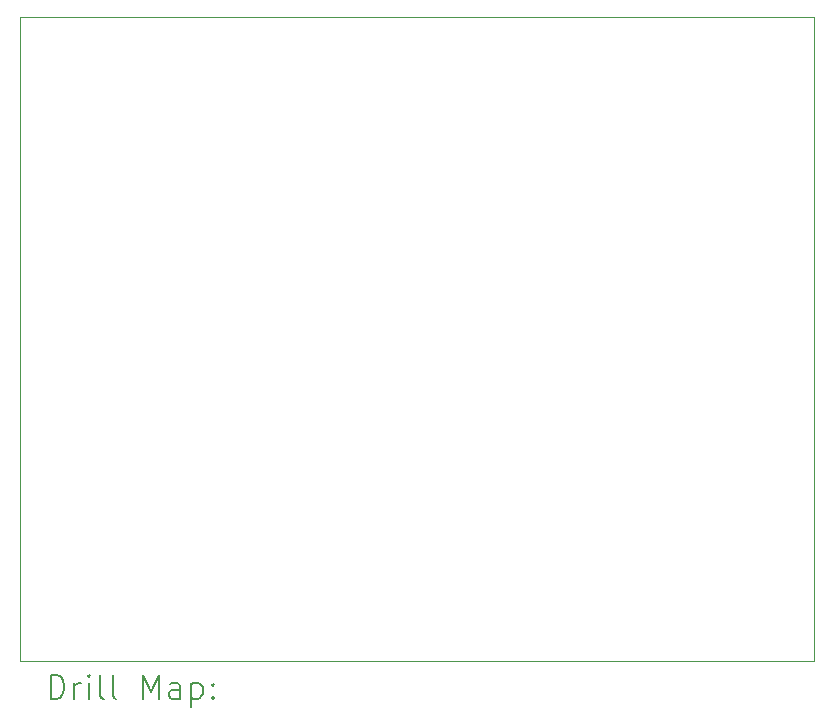
<source format=gbr>
%TF.GenerationSoftware,KiCad,Pcbnew,7.0.7*%
%TF.CreationDate,2023-11-25T23:50:16-06:00*%
%TF.ProjectId,DAC2DE0,44414332-4445-4302-9e6b-696361645f70,rev?*%
%TF.SameCoordinates,Original*%
%TF.FileFunction,Drillmap*%
%TF.FilePolarity,Positive*%
%FSLAX45Y45*%
G04 Gerber Fmt 4.5, Leading zero omitted, Abs format (unit mm)*
G04 Created by KiCad (PCBNEW 7.0.7) date 2023-11-25 23:50:16*
%MOMM*%
%LPD*%
G01*
G04 APERTURE LIST*
%ADD10C,0.100000*%
%ADD11C,0.200000*%
G04 APERTURE END LIST*
D10*
X22687280Y-12542520D02*
X15966440Y-12542520D01*
X15966440Y-7091680D01*
X22687280Y-7091680D01*
X22687280Y-12542520D01*
D11*
X16222217Y-12859004D02*
X16222217Y-12659004D01*
X16222217Y-12659004D02*
X16269836Y-12659004D01*
X16269836Y-12659004D02*
X16298407Y-12668528D01*
X16298407Y-12668528D02*
X16317455Y-12687575D01*
X16317455Y-12687575D02*
X16326979Y-12706623D01*
X16326979Y-12706623D02*
X16336502Y-12744718D01*
X16336502Y-12744718D02*
X16336502Y-12773289D01*
X16336502Y-12773289D02*
X16326979Y-12811385D01*
X16326979Y-12811385D02*
X16317455Y-12830432D01*
X16317455Y-12830432D02*
X16298407Y-12849480D01*
X16298407Y-12849480D02*
X16269836Y-12859004D01*
X16269836Y-12859004D02*
X16222217Y-12859004D01*
X16422217Y-12859004D02*
X16422217Y-12725670D01*
X16422217Y-12763766D02*
X16431741Y-12744718D01*
X16431741Y-12744718D02*
X16441264Y-12735194D01*
X16441264Y-12735194D02*
X16460312Y-12725670D01*
X16460312Y-12725670D02*
X16479360Y-12725670D01*
X16546026Y-12859004D02*
X16546026Y-12725670D01*
X16546026Y-12659004D02*
X16536502Y-12668528D01*
X16536502Y-12668528D02*
X16546026Y-12678051D01*
X16546026Y-12678051D02*
X16555550Y-12668528D01*
X16555550Y-12668528D02*
X16546026Y-12659004D01*
X16546026Y-12659004D02*
X16546026Y-12678051D01*
X16669836Y-12859004D02*
X16650788Y-12849480D01*
X16650788Y-12849480D02*
X16641264Y-12830432D01*
X16641264Y-12830432D02*
X16641264Y-12659004D01*
X16774598Y-12859004D02*
X16755550Y-12849480D01*
X16755550Y-12849480D02*
X16746026Y-12830432D01*
X16746026Y-12830432D02*
X16746026Y-12659004D01*
X17003169Y-12859004D02*
X17003169Y-12659004D01*
X17003169Y-12659004D02*
X17069836Y-12801861D01*
X17069836Y-12801861D02*
X17136503Y-12659004D01*
X17136503Y-12659004D02*
X17136503Y-12859004D01*
X17317455Y-12859004D02*
X17317455Y-12754242D01*
X17317455Y-12754242D02*
X17307931Y-12735194D01*
X17307931Y-12735194D02*
X17288884Y-12725670D01*
X17288884Y-12725670D02*
X17250788Y-12725670D01*
X17250788Y-12725670D02*
X17231741Y-12735194D01*
X17317455Y-12849480D02*
X17298407Y-12859004D01*
X17298407Y-12859004D02*
X17250788Y-12859004D01*
X17250788Y-12859004D02*
X17231741Y-12849480D01*
X17231741Y-12849480D02*
X17222217Y-12830432D01*
X17222217Y-12830432D02*
X17222217Y-12811385D01*
X17222217Y-12811385D02*
X17231741Y-12792337D01*
X17231741Y-12792337D02*
X17250788Y-12782813D01*
X17250788Y-12782813D02*
X17298407Y-12782813D01*
X17298407Y-12782813D02*
X17317455Y-12773289D01*
X17412693Y-12725670D02*
X17412693Y-12925670D01*
X17412693Y-12735194D02*
X17431741Y-12725670D01*
X17431741Y-12725670D02*
X17469836Y-12725670D01*
X17469836Y-12725670D02*
X17488884Y-12735194D01*
X17488884Y-12735194D02*
X17498407Y-12744718D01*
X17498407Y-12744718D02*
X17507931Y-12763766D01*
X17507931Y-12763766D02*
X17507931Y-12820908D01*
X17507931Y-12820908D02*
X17498407Y-12839956D01*
X17498407Y-12839956D02*
X17488884Y-12849480D01*
X17488884Y-12849480D02*
X17469836Y-12859004D01*
X17469836Y-12859004D02*
X17431741Y-12859004D01*
X17431741Y-12859004D02*
X17412693Y-12849480D01*
X17593645Y-12839956D02*
X17603169Y-12849480D01*
X17603169Y-12849480D02*
X17593645Y-12859004D01*
X17593645Y-12859004D02*
X17584122Y-12849480D01*
X17584122Y-12849480D02*
X17593645Y-12839956D01*
X17593645Y-12839956D02*
X17593645Y-12859004D01*
X17593645Y-12735194D02*
X17603169Y-12744718D01*
X17603169Y-12744718D02*
X17593645Y-12754242D01*
X17593645Y-12754242D02*
X17584122Y-12744718D01*
X17584122Y-12744718D02*
X17593645Y-12735194D01*
X17593645Y-12735194D02*
X17593645Y-12754242D01*
M02*

</source>
